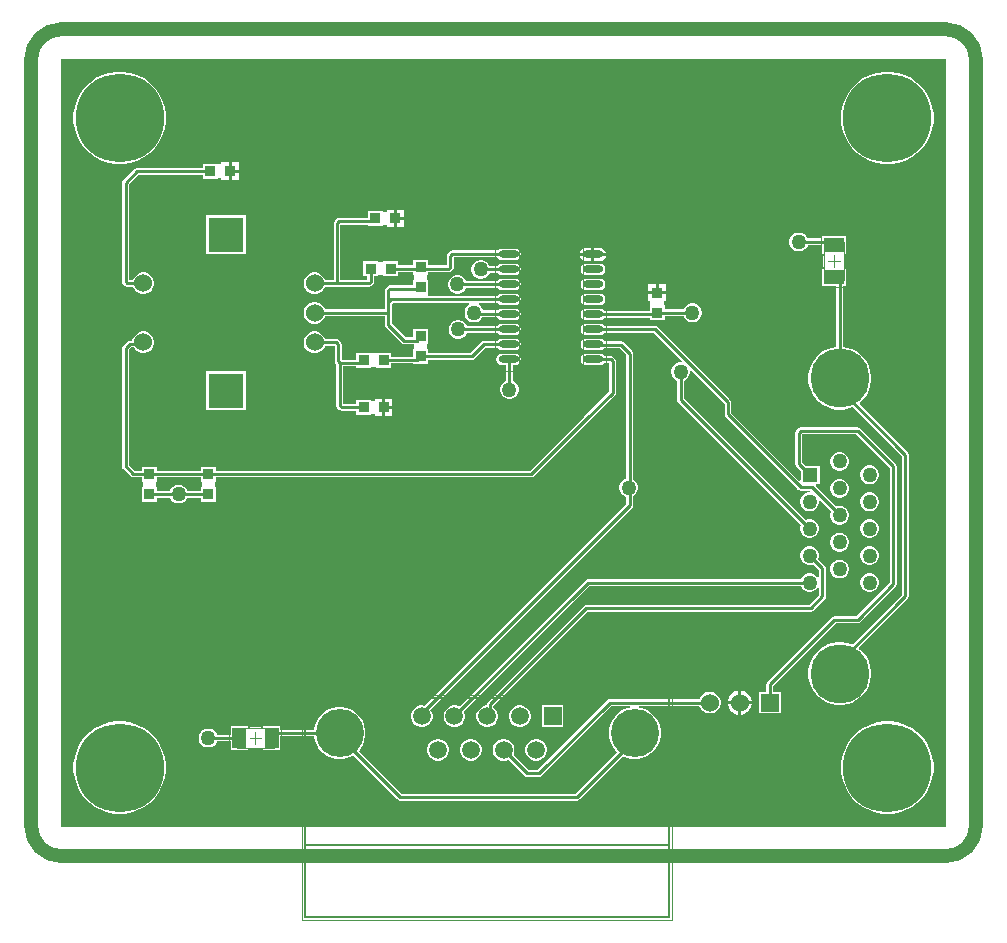
<source format=gtl>
G04*
G04 #@! TF.GenerationSoftware,Altium Limited,Altium Designer,21.3.1 (25)*
G04*
G04 Layer_Physical_Order=1*
G04 Layer_Color=255*
%FSLAX44Y44*%
%MOMM*%
G71*
G04*
G04 #@! TF.SameCoordinates,1E41339B-4A2A-438D-B01A-713DCCC2BB0F*
G04*
G04*
G04 #@! TF.FilePolarity,Positive*
G04*
G01*
G75*
%ADD10C,0.2000*%
%ADD13C,0.2540*%
%ADD14C,0.1270*%
%ADD17C,1.2000*%
%ADD18C,0.1000*%
%ADD19C,0.0500*%
%ADD20O,1.7500X0.6000*%
%ADD21R,0.9500X0.9500*%
%ADD22R,0.9500X0.9500*%
%ADD23R,1.1500X1.7000*%
%ADD24R,1.7000X1.1500*%
%ADD40C,1.5240*%
%ADD41R,1.5240X1.5240*%
%ADD42C,1.2700*%
%ADD43R,1.2700X1.2700*%
%ADD44C,5.0000*%
%ADD45R,3.0000X3.0000*%
%ADD46C,1.5080*%
%ADD47C,4.0660*%
%ADD48R,1.5080X1.5080*%
%ADD49C,7.5000*%
G36*
X775000Y225000D02*
X25000D01*
Y875000D01*
X775000D01*
Y225000D01*
D02*
G37*
%LPC*%
G36*
X728077Y864100D02*
X721923D01*
X715844Y863137D01*
X709991Y861235D01*
X704507Y858441D01*
X699528Y854824D01*
X695176Y850472D01*
X691559Y845493D01*
X688765Y840009D01*
X686863Y834156D01*
X685900Y828077D01*
Y821923D01*
X686863Y815844D01*
X688765Y809991D01*
X691559Y804507D01*
X695176Y799528D01*
X699528Y795176D01*
X704507Y791559D01*
X709991Y788765D01*
X715844Y786863D01*
X721923Y785900D01*
X728077D01*
X734156Y786863D01*
X740009Y788765D01*
X745493Y791559D01*
X750472Y795176D01*
X754824Y799528D01*
X758441Y804507D01*
X761235Y809991D01*
X763137Y815844D01*
X764100Y821923D01*
Y828077D01*
X763137Y834156D01*
X761235Y840009D01*
X758441Y845493D01*
X754824Y850472D01*
X750472Y854824D01*
X745493Y858441D01*
X740009Y861235D01*
X734156Y863137D01*
X728077Y864100D01*
D02*
G37*
G36*
X78077D02*
X71923D01*
X65844Y863137D01*
X59991Y861235D01*
X54507Y858441D01*
X49528Y854824D01*
X45176Y850472D01*
X41559Y845493D01*
X38765Y840009D01*
X36863Y834156D01*
X35900Y828077D01*
Y821923D01*
X36863Y815844D01*
X38765Y809991D01*
X41559Y804507D01*
X45176Y799528D01*
X49528Y795176D01*
X54507Y791559D01*
X59991Y788765D01*
X65844Y786863D01*
X71923Y785900D01*
X78077D01*
X84156Y786863D01*
X90009Y788765D01*
X95493Y791559D01*
X100472Y795176D01*
X104824Y799528D01*
X108441Y804507D01*
X111235Y809991D01*
X113137Y815844D01*
X114100Y821923D01*
Y828077D01*
X113137Y834156D01*
X111235Y840009D01*
X108441Y845493D01*
X104824Y850472D01*
X100472Y854824D01*
X95493Y858441D01*
X90009Y861235D01*
X84156Y863137D01*
X78077Y864100D01*
D02*
G37*
G36*
X167230Y787290D02*
X161210D01*
Y785631D01*
X158000D01*
X157850Y785754D01*
Y786350D01*
X145150D01*
Y782926D01*
X90000D01*
X88880Y782703D01*
X87931Y782069D01*
X77931Y772069D01*
X77297Y771120D01*
X77074Y770000D01*
Y686488D01*
X77297Y685368D01*
X77931Y684419D01*
X79419Y682931D01*
X80368Y682297D01*
X81488Y682074D01*
X86239D01*
X86408Y681441D01*
X87622Y679339D01*
X89339Y677622D01*
X91441Y676408D01*
X93786Y675780D01*
X96214D01*
X98559Y676408D01*
X100661Y677622D01*
X102378Y679339D01*
X103592Y681441D01*
X104220Y683786D01*
Y686214D01*
X103592Y688559D01*
X102378Y690661D01*
X100661Y692378D01*
X98559Y693592D01*
X96214Y694220D01*
X93786D01*
X91441Y693592D01*
X89339Y692378D01*
X87622Y690661D01*
X86408Y688559D01*
X86239Y687926D01*
X82926D01*
Y768788D01*
X91212Y777074D01*
X145150D01*
Y773650D01*
X157850D01*
Y774246D01*
X158000Y774369D01*
X161210D01*
Y772710D01*
X167230D01*
Y780000D01*
Y787290D01*
D02*
G37*
G36*
X175790D02*
X169770D01*
Y781270D01*
X175790D01*
Y787290D01*
D02*
G37*
G36*
Y778730D02*
X169770D01*
Y772710D01*
X175790D01*
Y778730D01*
D02*
G37*
G36*
X307230Y747290D02*
X301210D01*
Y745631D01*
X298000D01*
X297850Y745754D01*
Y746350D01*
X285150D01*
Y740426D01*
X260494D01*
X259374Y740203D01*
X258425Y739569D01*
X256937Y738081D01*
X256303Y737132D01*
X256080Y736012D01*
Y687926D01*
X248761D01*
X248592Y688559D01*
X247378Y690661D01*
X245661Y692378D01*
X243559Y693592D01*
X241214Y694220D01*
X238786D01*
X236441Y693592D01*
X234339Y692378D01*
X232622Y690661D01*
X231408Y688559D01*
X230780Y686214D01*
Y683786D01*
X231408Y681441D01*
X232622Y679339D01*
X234339Y677622D01*
X236441Y676408D01*
X238786Y675780D01*
X241214D01*
X243559Y676408D01*
X245661Y677622D01*
X247378Y679339D01*
X248592Y681441D01*
X248761Y682074D01*
X286012D01*
X287132Y682297D01*
X288081Y682931D01*
X289569Y684419D01*
X290203Y685368D01*
X290426Y686488D01*
Y691150D01*
X293850D01*
Y691746D01*
X294000Y691869D01*
X298000D01*
X298150Y691746D01*
Y691150D01*
X310850D01*
Y694574D01*
X323650D01*
Y692150D01*
X324246D01*
X324369Y692000D01*
Y688000D01*
X324246Y687850D01*
X323650D01*
Y683426D01*
X303988D01*
X302868Y683203D01*
X301919Y682569D01*
X300431Y681081D01*
X299797Y680132D01*
X299574Y679012D01*
Y668762D01*
Y662926D01*
X248761D01*
X248592Y663559D01*
X247378Y665661D01*
X245661Y667378D01*
X243559Y668592D01*
X241214Y669220D01*
X238786D01*
X236441Y668592D01*
X234339Y667378D01*
X232622Y665661D01*
X231408Y663559D01*
X230780Y661214D01*
Y658786D01*
X231408Y656441D01*
X232622Y654339D01*
X234339Y652622D01*
X236441Y651408D01*
X238786Y650780D01*
X241214D01*
X243559Y651408D01*
X245661Y652622D01*
X247378Y654339D01*
X248592Y656441D01*
X248761Y657074D01*
X299574D01*
Y650040D01*
X299797Y648920D01*
X300431Y647971D01*
X313951Y634451D01*
X314900Y633816D01*
X316020Y633594D01*
X324292D01*
X324369Y633500D01*
Y629500D01*
X324246Y629350D01*
X323650D01*
Y622926D01*
X304850D01*
Y626350D01*
X292150D01*
Y625755D01*
X292000Y625631D01*
X288000D01*
X287850Y625755D01*
Y626350D01*
X275150D01*
Y620426D01*
X262926D01*
Y633512D01*
X262703Y634632D01*
X262069Y635581D01*
X260581Y637069D01*
X259632Y637703D01*
X258512Y637926D01*
X248761D01*
X248592Y638559D01*
X247378Y640661D01*
X245661Y642378D01*
X243559Y643592D01*
X241214Y644220D01*
X238786D01*
X236441Y643592D01*
X234339Y642378D01*
X232622Y640661D01*
X231408Y638559D01*
X230780Y636214D01*
Y633786D01*
X231408Y631441D01*
X232622Y629339D01*
X234339Y627622D01*
X236441Y626408D01*
X238786Y625780D01*
X241214D01*
X243559Y626408D01*
X245661Y627622D01*
X247378Y629339D01*
X248592Y631441D01*
X248761Y632074D01*
X257074D01*
Y618988D01*
X257297Y617868D01*
X257931Y616919D01*
X258562Y616288D01*
Y581488D01*
X258784Y580368D01*
X259419Y579419D01*
X260907Y577931D01*
X261856Y577296D01*
X262976Y577074D01*
X275150D01*
Y573650D01*
X287850D01*
Y574246D01*
X288000Y574369D01*
X291210D01*
Y572710D01*
X297230D01*
Y580000D01*
Y587290D01*
X291210D01*
Y585631D01*
X288000D01*
X287850Y585755D01*
Y586350D01*
X275150D01*
Y582926D01*
X264414D01*
Y614574D01*
X275150D01*
Y613650D01*
X287850D01*
Y614246D01*
X288000Y614369D01*
X292000D01*
X292150Y614246D01*
Y613650D01*
X304850D01*
Y617074D01*
X323650D01*
Y616650D01*
X336350D01*
Y620074D01*
X373000D01*
X374120Y620297D01*
X375069Y620931D01*
X384462Y630324D01*
X394923D01*
X395184Y629934D01*
X396705Y628917D01*
X398500Y628560D01*
X410000D01*
X411795Y628917D01*
X413316Y629934D01*
X414333Y631455D01*
X414690Y633250D01*
X414333Y635045D01*
X413316Y636566D01*
X411795Y637583D01*
X410000Y637940D01*
X398500D01*
X396705Y637583D01*
X395184Y636566D01*
X394923Y636176D01*
X383250D01*
X382130Y635953D01*
X381181Y635319D01*
X371788Y625926D01*
X336350D01*
Y629350D01*
X335754D01*
X335631Y629500D01*
Y633500D01*
X335754Y633650D01*
X336350D01*
Y646350D01*
X323650D01*
Y639446D01*
X317232D01*
X305426Y651252D01*
Y658512D01*
Y667550D01*
X306300Y668424D01*
X371150D01*
X371491Y667154D01*
X370119Y666362D01*
X368638Y664881D01*
X367592Y663068D01*
X367050Y661047D01*
Y658953D01*
X367592Y656931D01*
X368638Y655119D01*
X370119Y653638D01*
X371931Y652592D01*
X373953Y652050D01*
X376047D01*
X378069Y652592D01*
X379881Y653638D01*
X381362Y655119D01*
X382093Y656386D01*
X394481D01*
X395184Y655334D01*
X396705Y654317D01*
X398500Y653960D01*
X410000D01*
X411795Y654317D01*
X413316Y655334D01*
X414333Y656855D01*
X414690Y658650D01*
X414333Y660445D01*
X413316Y661966D01*
X411795Y662983D01*
X410000Y663340D01*
X398500D01*
X396705Y662983D01*
X395591Y662238D01*
X382631D01*
X382408Y663068D01*
X381362Y664881D01*
X379881Y666362D01*
X378509Y667154D01*
X378850Y668424D01*
X394923D01*
X395184Y668034D01*
X396705Y667017D01*
X398500Y666660D01*
X410000D01*
X411795Y667017D01*
X413316Y668034D01*
X414333Y669555D01*
X414690Y671350D01*
X414333Y673145D01*
X413316Y674666D01*
X411795Y675683D01*
X410000Y676040D01*
X398500D01*
X396705Y675683D01*
X395184Y674666D01*
X394923Y674276D01*
X337258D01*
X336350Y675150D01*
Y687850D01*
X335754D01*
X335631Y688000D01*
Y692000D01*
X335754Y692150D01*
X336350D01*
Y694574D01*
X353512D01*
X354632Y694797D01*
X355581Y695431D01*
X357069Y696919D01*
X357704Y697868D01*
X357926Y698988D01*
Y707074D01*
X394555D01*
X395184Y706134D01*
X396705Y705117D01*
X398500Y704760D01*
X410000D01*
X411795Y705117D01*
X413316Y706134D01*
X414333Y707655D01*
X414690Y709450D01*
X414333Y711245D01*
X413316Y712766D01*
X411795Y713783D01*
X410000Y714140D01*
X398500D01*
X396705Y713783D01*
X395423Y712926D01*
X356488D01*
X355368Y712703D01*
X354419Y712069D01*
X352931Y710581D01*
X352296Y709632D01*
X352074Y708512D01*
Y700426D01*
X336350D01*
Y704850D01*
X323650D01*
Y700426D01*
X310850D01*
Y703850D01*
X298150D01*
Y703254D01*
X298000Y703131D01*
X294000D01*
X293850Y703254D01*
Y703850D01*
X281150D01*
Y691150D01*
X284574D01*
Y687926D01*
X261932D01*
Y734574D01*
X285150D01*
Y733650D01*
X297850D01*
Y734246D01*
X298000Y734369D01*
X301210D01*
Y732710D01*
X307230D01*
Y740000D01*
Y747290D01*
D02*
G37*
G36*
X315790D02*
X309770D01*
Y741270D01*
X315790D01*
Y747290D01*
D02*
G37*
G36*
Y738730D02*
X309770D01*
Y732710D01*
X315790D01*
Y738730D01*
D02*
G37*
G36*
X481500Y715098D02*
X477020D01*
Y710720D01*
X486896D01*
X486719Y711612D01*
X485494Y713444D01*
X483662Y714669D01*
X481500Y715098D01*
D02*
G37*
G36*
X474480D02*
X470000D01*
X467838Y714669D01*
X466006Y713444D01*
X464781Y711612D01*
X464604Y710720D01*
X474480D01*
Y715098D01*
D02*
G37*
G36*
X181600Y742600D02*
X148400D01*
Y709400D01*
X181600D01*
Y742600D01*
D02*
G37*
G36*
X486896Y708180D02*
X477020D01*
Y703801D01*
X481500D01*
X483662Y704231D01*
X485494Y705456D01*
X486719Y707288D01*
X486896Y708180D01*
D02*
G37*
G36*
X474480D02*
X464604D01*
X464781Y707288D01*
X466006Y705456D01*
X467838Y704231D01*
X470000Y703801D01*
X474480D01*
Y708180D01*
D02*
G37*
G36*
X481500Y701440D02*
X470000D01*
X468205Y701083D01*
X466684Y700066D01*
X465667Y698545D01*
X465310Y696750D01*
X465667Y694955D01*
X466684Y693434D01*
X468205Y692417D01*
X470000Y692060D01*
X481500D01*
X483295Y692417D01*
X484816Y693434D01*
X485833Y694955D01*
X486190Y696750D01*
X485833Y698545D01*
X484816Y700066D01*
X483295Y701083D01*
X481500Y701440D01*
D02*
G37*
G36*
X381797Y704700D02*
X379703D01*
X377681Y704158D01*
X375869Y703111D01*
X374388Y701631D01*
X373342Y699818D01*
X372800Y697797D01*
Y695703D01*
X373342Y693681D01*
X374388Y691869D01*
X375869Y690388D01*
X377681Y689342D01*
X379703Y688800D01*
X381797D01*
X383819Y689342D01*
X385631Y690388D01*
X387112Y691869D01*
X388158Y693681D01*
X388196Y693824D01*
X394923D01*
X395184Y693434D01*
X396705Y692417D01*
X398500Y692060D01*
X410000D01*
X411795Y692417D01*
X413316Y693434D01*
X414333Y694955D01*
X414690Y696750D01*
X414333Y698545D01*
X413316Y700066D01*
X411795Y701083D01*
X410000Y701440D01*
X398500D01*
X396705Y701083D01*
X395184Y700066D01*
X394923Y699676D01*
X388196D01*
X388158Y699818D01*
X387112Y701631D01*
X385631Y703111D01*
X383819Y704158D01*
X381797Y704700D01*
D02*
G37*
G36*
X481500Y688740D02*
X470000D01*
X468205Y688383D01*
X466684Y687366D01*
X465667Y685845D01*
X465310Y684050D01*
X465667Y682255D01*
X466684Y680734D01*
X468205Y679717D01*
X470000Y679360D01*
X481500D01*
X483295Y679717D01*
X484816Y680734D01*
X485833Y682255D01*
X486190Y684050D01*
X485833Y685845D01*
X484816Y687366D01*
X483295Y688383D01*
X481500Y688740D01*
D02*
G37*
G36*
X361997Y692000D02*
X359903D01*
X357881Y691458D01*
X356069Y690412D01*
X354588Y688931D01*
X353542Y687119D01*
X353000Y685097D01*
Y683003D01*
X353542Y680981D01*
X354588Y679168D01*
X356069Y677688D01*
X357881Y676642D01*
X359903Y676100D01*
X361997D01*
X364019Y676642D01*
X365831Y677688D01*
X367312Y679168D01*
X368358Y680981D01*
X368396Y681124D01*
X394923D01*
X395184Y680734D01*
X396705Y679717D01*
X398500Y679360D01*
X410000D01*
X411795Y679717D01*
X413316Y680734D01*
X414333Y682255D01*
X414690Y684050D01*
X414333Y685845D01*
X413316Y687366D01*
X411795Y688383D01*
X410000Y688740D01*
X398500D01*
X396705Y688383D01*
X395184Y687366D01*
X394923Y686976D01*
X368396D01*
X368358Y687119D01*
X367312Y688931D01*
X365831Y690412D01*
X364019Y691458D01*
X361997Y692000D01*
D02*
G37*
G36*
X537290Y684290D02*
X531270D01*
Y678270D01*
X537290D01*
Y684290D01*
D02*
G37*
G36*
X528730D02*
X522710D01*
Y678270D01*
X528730D01*
Y684290D01*
D02*
G37*
G36*
X481500Y676040D02*
X470000D01*
X468205Y675683D01*
X466684Y674666D01*
X465667Y673145D01*
X465310Y671350D01*
X465667Y669555D01*
X466684Y668034D01*
X468205Y667017D01*
X470000Y666660D01*
X481500D01*
X483295Y667017D01*
X484816Y668034D01*
X485833Y669555D01*
X486190Y671350D01*
X485833Y673145D01*
X484816Y674666D01*
X483295Y675683D01*
X481500Y676040D01*
D02*
G37*
G36*
X537290Y675730D02*
X530000D01*
X522710D01*
Y669710D01*
X524369D01*
Y666500D01*
X524246Y666350D01*
X523650D01*
Y661576D01*
X485077D01*
X484816Y661966D01*
X483295Y662983D01*
X481500Y663340D01*
X470000D01*
X468205Y662983D01*
X466684Y661966D01*
X465667Y660445D01*
X465310Y658650D01*
X465667Y656855D01*
X466684Y655334D01*
X468205Y654317D01*
X470000Y653960D01*
X481500D01*
X483295Y654317D01*
X484816Y655334D01*
X485077Y655724D01*
X523650D01*
Y653650D01*
X536350D01*
Y657074D01*
X552554D01*
X552592Y656931D01*
X553638Y655119D01*
X555119Y653638D01*
X556931Y652592D01*
X558953Y652050D01*
X561047D01*
X563069Y652592D01*
X564881Y653638D01*
X566362Y655119D01*
X567408Y656931D01*
X567950Y658953D01*
Y661047D01*
X567408Y663069D01*
X566362Y664881D01*
X564881Y666362D01*
X563069Y667408D01*
X561047Y667950D01*
X558953D01*
X556931Y667408D01*
X555119Y666362D01*
X553638Y664881D01*
X552592Y663069D01*
X552554Y662926D01*
X536350D01*
Y666350D01*
X535755D01*
X535631Y666500D01*
Y669710D01*
X537290D01*
Y675730D01*
D02*
G37*
G36*
X362597Y653900D02*
X360503D01*
X358481Y653358D01*
X356669Y652311D01*
X355188Y650831D01*
X354142Y649018D01*
X353600Y646997D01*
Y644903D01*
X354142Y642881D01*
X355188Y641068D01*
X356669Y639588D01*
X358481Y638542D01*
X360503Y638000D01*
X362597D01*
X364619Y638542D01*
X366431Y639588D01*
X367912Y641068D01*
X368958Y642881D01*
X368996Y643024D01*
X394923D01*
X395184Y642634D01*
X396705Y641617D01*
X398500Y641260D01*
X410000D01*
X411795Y641617D01*
X413316Y642634D01*
X414333Y644155D01*
X414690Y645950D01*
X414333Y647745D01*
X413316Y649266D01*
X411795Y650283D01*
X410000Y650640D01*
X398500D01*
X396705Y650283D01*
X395184Y649266D01*
X394923Y648876D01*
X368996D01*
X368958Y649018D01*
X367912Y650831D01*
X366431Y652311D01*
X364619Y653358D01*
X362597Y653900D01*
D02*
G37*
G36*
X96214Y644220D02*
X93786D01*
X91441Y643592D01*
X89339Y642378D01*
X87622Y640661D01*
X86408Y638559D01*
X85856Y636496D01*
X83570D01*
X82450Y636273D01*
X81501Y635639D01*
X77931Y632069D01*
X77297Y631120D01*
X77074Y630000D01*
Y530000D01*
X77297Y528880D01*
X77931Y527931D01*
X84431Y521431D01*
X85380Y520797D01*
X86500Y520574D01*
X93650D01*
Y517150D01*
X94246D01*
X94369Y517000D01*
Y513000D01*
X94246Y512850D01*
X93650D01*
Y500150D01*
X106350D01*
Y503574D01*
X117554D01*
X117592Y503431D01*
X118638Y501619D01*
X120119Y500138D01*
X121931Y499092D01*
X123953Y498550D01*
X126047D01*
X128069Y499092D01*
X129881Y500138D01*
X131362Y501619D01*
X132408Y503431D01*
X132446Y503574D01*
X143650D01*
Y500150D01*
X156350D01*
Y512850D01*
X155754D01*
X155631Y513000D01*
Y517000D01*
X155754Y517150D01*
X156350D01*
Y520574D01*
X423500D01*
X424620Y520797D01*
X425569Y521431D01*
X472069Y567931D01*
X472069Y567931D01*
X494569Y590431D01*
X495204Y591380D01*
X495426Y592500D01*
Y619062D01*
X495204Y620182D01*
X494569Y621131D01*
X493081Y622619D01*
X492132Y623253D01*
X491012Y623476D01*
X485077D01*
X484816Y623866D01*
X483295Y624883D01*
X481500Y625240D01*
X470000D01*
X468205Y624883D01*
X466684Y623866D01*
X465667Y622345D01*
X465310Y620550D01*
X465667Y618755D01*
X466684Y617234D01*
X468205Y616217D01*
X470000Y615860D01*
X481500D01*
X483295Y616217D01*
X484816Y617234D01*
X485077Y617624D01*
X489574D01*
Y593712D01*
X467931Y572069D01*
X467931Y572069D01*
X422288Y526426D01*
X156350D01*
Y529850D01*
X143650D01*
Y526426D01*
X106350D01*
Y529850D01*
X93650D01*
Y526426D01*
X87712D01*
X82926Y531212D01*
Y628788D01*
X84782Y630644D01*
X86869D01*
X87622Y629339D01*
X89339Y627622D01*
X91441Y626408D01*
X93786Y625780D01*
X96214D01*
X98559Y626408D01*
X100661Y627622D01*
X102378Y629339D01*
X103592Y631441D01*
X104220Y633786D01*
Y636214D01*
X103592Y638559D01*
X102378Y640661D01*
X100661Y642378D01*
X98559Y643592D01*
X96214Y644220D01*
D02*
G37*
G36*
X410000Y625240D02*
X398500D01*
X396705Y624883D01*
X395184Y623866D01*
X394167Y622345D01*
X393810Y620550D01*
X394167Y618755D01*
X395184Y617234D01*
X396705Y616217D01*
X398500Y615860D01*
X402074D01*
Y602446D01*
X401931Y602408D01*
X400119Y601362D01*
X398638Y599881D01*
X397592Y598069D01*
X397050Y596047D01*
Y593953D01*
X397592Y591931D01*
X398638Y590119D01*
X400119Y588638D01*
X401931Y587592D01*
X403953Y587050D01*
X406047D01*
X408069Y587592D01*
X409881Y588638D01*
X411362Y590119D01*
X412408Y591931D01*
X412950Y593953D01*
Y596047D01*
X412408Y598069D01*
X411362Y599881D01*
X409881Y601362D01*
X408069Y602408D01*
X407926Y602446D01*
Y615860D01*
X410000D01*
X411795Y616217D01*
X413316Y617234D01*
X414333Y618755D01*
X414690Y620550D01*
X414333Y622345D01*
X413316Y623866D01*
X411795Y624883D01*
X410000Y625240D01*
D02*
G37*
G36*
X305790Y587290D02*
X299770D01*
Y581270D01*
X305790D01*
Y587290D01*
D02*
G37*
G36*
X181600Y610600D02*
X148400D01*
Y577400D01*
X181600D01*
Y610600D01*
D02*
G37*
G36*
X305790Y578730D02*
X299770D01*
Y572710D01*
X305790D01*
Y578730D01*
D02*
G37*
G36*
X685647Y542150D02*
X683553D01*
X681531Y541608D01*
X679719Y540562D01*
X678238Y539081D01*
X677192Y537269D01*
X676650Y535247D01*
Y533153D01*
X677192Y531131D01*
X678238Y529319D01*
X679719Y527838D01*
X681531Y526792D01*
X683553Y526250D01*
X685647D01*
X687669Y526792D01*
X689481Y527838D01*
X690962Y529319D01*
X692008Y531131D01*
X692550Y533153D01*
Y535247D01*
X692008Y537269D01*
X690962Y539081D01*
X689481Y540562D01*
X687669Y541608D01*
X685647Y542150D01*
D02*
G37*
G36*
X711047Y530750D02*
X708953D01*
X706931Y530208D01*
X705119Y529162D01*
X703638Y527681D01*
X702592Y525869D01*
X702050Y523847D01*
Y521753D01*
X702592Y519731D01*
X703638Y517919D01*
X705119Y516438D01*
X706931Y515392D01*
X708953Y514850D01*
X711047D01*
X713069Y515392D01*
X714881Y516438D01*
X716362Y517919D01*
X717408Y519731D01*
X717950Y521753D01*
Y523847D01*
X717408Y525869D01*
X716362Y527681D01*
X714881Y529162D01*
X713069Y530208D01*
X711047Y530750D01*
D02*
G37*
G36*
X685647Y519350D02*
X683553D01*
X681531Y518808D01*
X679719Y517762D01*
X678238Y516281D01*
X677192Y514469D01*
X676650Y512447D01*
Y510353D01*
X677192Y508331D01*
X678238Y506519D01*
X679719Y505038D01*
X681531Y503992D01*
X683553Y503450D01*
X685647D01*
X687669Y503992D01*
X689481Y505038D01*
X690962Y506519D01*
X692008Y508331D01*
X692550Y510353D01*
Y512447D01*
X692008Y514469D01*
X690962Y516281D01*
X689481Y517762D01*
X687669Y518808D01*
X685647Y519350D01*
D02*
G37*
G36*
X711047Y507950D02*
X708953D01*
X706931Y507408D01*
X705119Y506362D01*
X703638Y504881D01*
X702592Y503069D01*
X702050Y501047D01*
Y498953D01*
X702592Y496931D01*
X703638Y495119D01*
X705119Y493638D01*
X706931Y492592D01*
X708953Y492050D01*
X711047D01*
X713069Y492592D01*
X714881Y493638D01*
X716362Y495119D01*
X717408Y496931D01*
X717950Y498953D01*
Y501047D01*
X717408Y503069D01*
X716362Y504881D01*
X714881Y506362D01*
X713069Y507408D01*
X711047Y507950D01*
D02*
G37*
G36*
Y485150D02*
X708953D01*
X706931Y484608D01*
X705119Y483562D01*
X703638Y482081D01*
X702592Y480269D01*
X702050Y478247D01*
Y476153D01*
X702592Y474131D01*
X703638Y472319D01*
X705119Y470838D01*
X706931Y469792D01*
X708953Y469250D01*
X711047D01*
X713069Y469792D01*
X714881Y470838D01*
X716362Y472319D01*
X717408Y474131D01*
X717950Y476153D01*
Y478247D01*
X717408Y480269D01*
X716362Y482081D01*
X714881Y483562D01*
X713069Y484608D01*
X711047Y485150D01*
D02*
G37*
G36*
X685647Y473750D02*
X683553D01*
X681531Y473208D01*
X679719Y472162D01*
X678238Y470681D01*
X677192Y468869D01*
X676650Y466847D01*
Y464753D01*
X677192Y462731D01*
X678238Y460919D01*
X679719Y459438D01*
X681531Y458392D01*
X683553Y457850D01*
X685647D01*
X687669Y458392D01*
X689481Y459438D01*
X690962Y460919D01*
X692008Y462731D01*
X692550Y464753D01*
Y466847D01*
X692008Y468869D01*
X690962Y470681D01*
X689481Y472162D01*
X687669Y473208D01*
X685647Y473750D01*
D02*
G37*
G36*
X711047Y462350D02*
X708953D01*
X706931Y461808D01*
X705119Y460762D01*
X703638Y459281D01*
X702592Y457469D01*
X702050Y455447D01*
Y453353D01*
X702592Y451331D01*
X703638Y449519D01*
X705119Y448038D01*
X706931Y446992D01*
X708953Y446450D01*
X711047D01*
X713069Y446992D01*
X714881Y448038D01*
X716362Y449519D01*
X717408Y451331D01*
X717950Y453353D01*
Y455447D01*
X717408Y457469D01*
X716362Y459281D01*
X714881Y460762D01*
X713069Y461808D01*
X711047Y462350D01*
D02*
G37*
G36*
X660247D02*
X658153D01*
X656131Y461808D01*
X654319Y460762D01*
X652838Y459281D01*
X651792Y457469D01*
X651250Y455447D01*
Y453353D01*
X651792Y451331D01*
X652838Y449519D01*
X654319Y448038D01*
X656131Y446992D01*
X658153Y446450D01*
X660247D01*
X662269Y446992D01*
X662396Y447066D01*
X667074Y442388D01*
Y436402D01*
X665804Y436062D01*
X665562Y436481D01*
X664081Y437962D01*
X662269Y439008D01*
X660247Y439550D01*
X658153D01*
X656131Y439008D01*
X654319Y437962D01*
X652838Y436481D01*
X651792Y434669D01*
X651754Y434526D01*
X471650D01*
X470530Y434303D01*
X469581Y433669D01*
X362517Y326606D01*
X361978Y326917D01*
X359653Y327540D01*
X357247D01*
X354922Y326917D01*
X352838Y325714D01*
X351136Y324012D01*
X349933Y321928D01*
X349310Y319603D01*
Y317197D01*
X349933Y314872D01*
X351136Y312788D01*
X352838Y311086D01*
X354922Y309883D01*
X357247Y309260D01*
X359653D01*
X361978Y309883D01*
X364062Y311086D01*
X365764Y312788D01*
X366967Y314872D01*
X367590Y317197D01*
Y319603D01*
X366967Y321928D01*
X366656Y322467D01*
X472862Y428674D01*
X651754D01*
X651792Y428531D01*
X652838Y426719D01*
X654319Y425238D01*
X656131Y424192D01*
X658153Y423650D01*
X660247D01*
X662269Y424192D01*
X664081Y425238D01*
X665562Y426719D01*
X665804Y427138D01*
X667074Y426798D01*
Y421212D01*
X658788Y412926D01*
X470000D01*
X468880Y412704D01*
X467931Y412069D01*
X386480Y330619D01*
X385846Y329669D01*
X385623Y328549D01*
Y327540D01*
X384947D01*
X382622Y326917D01*
X380538Y325714D01*
X378836Y324012D01*
X377633Y321928D01*
X377010Y319603D01*
Y317197D01*
X377633Y314872D01*
X378836Y312788D01*
X380538Y311086D01*
X382622Y309883D01*
X384947Y309260D01*
X387353D01*
X389678Y309883D01*
X391762Y311086D01*
X393464Y312788D01*
X394667Y314872D01*
X395290Y317197D01*
Y319603D01*
X394667Y321928D01*
X393464Y324012D01*
X391762Y325714D01*
X391476Y325879D01*
Y327337D01*
X471212Y407074D01*
X660000D01*
X661120Y407296D01*
X662069Y407931D01*
X672069Y417931D01*
X672703Y418880D01*
X672926Y420000D01*
Y443600D01*
X672703Y444720D01*
X672069Y445669D01*
X666535Y451204D01*
X666608Y451331D01*
X667150Y453353D01*
Y455447D01*
X666608Y457469D01*
X665562Y459281D01*
X664081Y460762D01*
X662269Y461808D01*
X660247Y462350D01*
D02*
G37*
G36*
X685647Y450950D02*
X683553D01*
X681531Y450408D01*
X679719Y449362D01*
X678238Y447881D01*
X677192Y446069D01*
X676650Y444047D01*
Y441953D01*
X677192Y439931D01*
X678238Y438119D01*
X679719Y436638D01*
X681531Y435592D01*
X683553Y435050D01*
X685647D01*
X687669Y435592D01*
X689481Y436638D01*
X690962Y438119D01*
X692008Y439931D01*
X692550Y441953D01*
Y444047D01*
X692008Y446069D01*
X690962Y447881D01*
X689481Y449362D01*
X687669Y450408D01*
X685647Y450950D01*
D02*
G37*
G36*
X711047Y439550D02*
X708953D01*
X706931Y439008D01*
X705119Y437962D01*
X703638Y436481D01*
X702592Y434669D01*
X702050Y432647D01*
Y430553D01*
X702592Y428531D01*
X703638Y426719D01*
X705119Y425238D01*
X706931Y424192D01*
X708953Y423650D01*
X711047D01*
X713069Y424192D01*
X714881Y425238D01*
X716362Y426719D01*
X717408Y428531D01*
X717950Y430553D01*
Y432647D01*
X717408Y434669D01*
X716362Y436481D01*
X714881Y437962D01*
X713069Y439008D01*
X711047Y439550D01*
D02*
G37*
G36*
X651047Y727950D02*
X648953D01*
X646931Y727408D01*
X645119Y726362D01*
X643638Y724881D01*
X642592Y723069D01*
X642050Y721047D01*
Y718953D01*
X642592Y716931D01*
X643638Y715119D01*
X645119Y713638D01*
X646931Y712592D01*
X648953Y712050D01*
X651047D01*
X653069Y712592D01*
X654881Y713638D01*
X656362Y715119D01*
X657408Y716931D01*
X657446Y717074D01*
X669900D01*
Y710150D01*
X670926D01*
X671347Y708904D01*
X670993Y708374D01*
X670869Y707750D01*
Y699750D01*
X670993Y699126D01*
X671347Y698596D01*
X670926Y697350D01*
X669900D01*
Y682650D01*
X681674D01*
Y630968D01*
X678371Y630445D01*
X674389Y629151D01*
X670659Y627250D01*
X667271Y624789D01*
X664311Y621829D01*
X661850Y618441D01*
X659949Y614711D01*
X658655Y610729D01*
X658000Y606594D01*
Y602407D01*
X658655Y598271D01*
X659949Y594289D01*
X661850Y590559D01*
X664311Y587171D01*
X667271Y584211D01*
X670659Y581750D01*
X674389Y579849D01*
X678371Y578555D01*
X682506Y577900D01*
X686693D01*
X690829Y578555D01*
X694811Y579849D01*
X695607Y580255D01*
X737074Y538788D01*
Y421212D01*
X695011Y379149D01*
X694811Y379251D01*
X690829Y380545D01*
X686693Y381200D01*
X682506D01*
X678371Y380545D01*
X674389Y379251D01*
X670659Y377350D01*
X667271Y374889D01*
X664311Y371929D01*
X661850Y368541D01*
X659949Y364811D01*
X658655Y360829D01*
X658000Y356693D01*
Y352506D01*
X658655Y348371D01*
X659949Y344389D01*
X661850Y340659D01*
X664311Y337271D01*
X667271Y334311D01*
X670659Y331850D01*
X674389Y329949D01*
X678371Y328655D01*
X682506Y328000D01*
X686693D01*
X690829Y328655D01*
X694811Y329949D01*
X698541Y331850D01*
X701929Y334311D01*
X704889Y337271D01*
X707350Y340659D01*
X709251Y344389D01*
X710545Y348371D01*
X711200Y352506D01*
Y356693D01*
X710545Y360829D01*
X709251Y364811D01*
X707350Y368541D01*
X704889Y371929D01*
X701929Y374889D01*
X701040Y375535D01*
X700940Y376801D01*
X742069Y417931D01*
X742703Y418880D01*
X742926Y420000D01*
Y540000D01*
X742703Y541120D01*
X742069Y542069D01*
X701461Y582677D01*
X701561Y583943D01*
X701929Y584211D01*
X704889Y587171D01*
X707350Y590559D01*
X709251Y594289D01*
X710545Y598271D01*
X711200Y602407D01*
Y606594D01*
X710545Y610729D01*
X709251Y614711D01*
X707350Y618441D01*
X704889Y621829D01*
X701929Y624789D01*
X698541Y627250D01*
X694811Y629151D01*
X690829Y630445D01*
X687526Y630968D01*
Y682650D01*
X690100D01*
Y697350D01*
X689074D01*
X688653Y698596D01*
X689007Y699126D01*
X689131Y699750D01*
Y707750D01*
X689007Y708374D01*
X688653Y708904D01*
X689074Y710150D01*
X690100D01*
Y724850D01*
X669900D01*
Y722926D01*
X657446D01*
X657408Y723069D01*
X656362Y724881D01*
X654881Y726362D01*
X653069Y727408D01*
X651047Y727950D01*
D02*
G37*
G36*
X601338Y340160D02*
X601270D01*
Y331270D01*
X610160D01*
Y331338D01*
X609468Y333922D01*
X608130Y336238D01*
X606238Y338130D01*
X603922Y339468D01*
X601338Y340160D01*
D02*
G37*
G36*
X598730D02*
X598662D01*
X596078Y339468D01*
X593762Y338130D01*
X591870Y336238D01*
X590532Y333922D01*
X589840Y331338D01*
Y331270D01*
X598730D01*
Y340160D01*
D02*
G37*
G36*
X481500Y637940D02*
X470000D01*
X468205Y637583D01*
X466684Y636566D01*
X465667Y635045D01*
X465310Y633250D01*
X465667Y631455D01*
X466684Y629934D01*
X468205Y628917D01*
X470000Y628560D01*
X481500D01*
X483295Y628917D01*
X484816Y629934D01*
X484827Y629949D01*
X498413D01*
X504074Y624288D01*
Y519714D01*
X502931Y519408D01*
X501119Y518362D01*
X499638Y516881D01*
X498592Y515069D01*
X498050Y513047D01*
Y510953D01*
X498592Y508931D01*
X499638Y507119D01*
X501119Y505638D01*
X502931Y504592D01*
X504074Y504286D01*
Y498212D01*
X333096Y327234D01*
X331953Y327540D01*
X329547D01*
X327222Y326917D01*
X325138Y325714D01*
X323436Y324012D01*
X322233Y321928D01*
X321610Y319603D01*
Y317197D01*
X322233Y314872D01*
X323436Y312788D01*
X325138Y311086D01*
X327222Y309883D01*
X329547Y309260D01*
X331953D01*
X334278Y309883D01*
X336362Y311086D01*
X338064Y312788D01*
X339267Y314872D01*
X339890Y317197D01*
Y319603D01*
X339267Y321928D01*
X338096Y323957D01*
X509069Y494931D01*
X509703Y495880D01*
X509926Y497000D01*
Y505087D01*
X510881Y505638D01*
X512362Y507119D01*
X513408Y508931D01*
X513950Y510953D01*
Y513047D01*
X513408Y515069D01*
X512362Y516881D01*
X510881Y518362D01*
X509926Y518913D01*
Y625500D01*
X509703Y626620D01*
X509069Y627569D01*
X501694Y634944D01*
X500745Y635578D01*
X499625Y635801D01*
X485328D01*
X484816Y636566D01*
X483295Y637583D01*
X481500Y637940D01*
D02*
G37*
G36*
Y650640D02*
X470000D01*
X468205Y650283D01*
X466684Y649266D01*
X465667Y647745D01*
X465310Y645950D01*
X465667Y644155D01*
X466684Y642634D01*
X468205Y641617D01*
X470000Y641260D01*
X481500D01*
X483295Y641617D01*
X484816Y642634D01*
X485077Y643024D01*
X527206D01*
X551010Y619220D01*
X550484Y617950D01*
X548953D01*
X546931Y617408D01*
X545119Y616362D01*
X543638Y614881D01*
X542592Y613069D01*
X542050Y611047D01*
Y608953D01*
X542592Y606931D01*
X543638Y605119D01*
X545119Y603638D01*
X546931Y602592D01*
X547074Y602554D01*
Y586400D01*
X547296Y585280D01*
X547931Y584331D01*
X651865Y480396D01*
X651792Y480269D01*
X651250Y478247D01*
Y476153D01*
X651792Y474131D01*
X652838Y472319D01*
X654319Y470838D01*
X656131Y469792D01*
X658153Y469250D01*
X660247D01*
X662269Y469792D01*
X664081Y470838D01*
X665562Y472319D01*
X666608Y474131D01*
X667150Y476153D01*
Y478247D01*
X666608Y480269D01*
X665562Y482081D01*
X664081Y483562D01*
X662269Y484608D01*
X660247Y485150D01*
X658153D01*
X656131Y484608D01*
X656004Y484534D01*
X552926Y587612D01*
Y602554D01*
X553069Y602592D01*
X554881Y603638D01*
X556362Y605119D01*
X557408Y606931D01*
X557950Y608953D01*
Y610484D01*
X559220Y611010D01*
X587119Y583111D01*
Y574067D01*
X587342Y572947D01*
X587976Y571997D01*
X649603Y510371D01*
X650552Y509737D01*
X651672Y509514D01*
X658957D01*
X659153Y509220D01*
X658475Y507950D01*
X658153D01*
X656131Y507408D01*
X654319Y506362D01*
X652838Y504881D01*
X651792Y503069D01*
X651250Y501047D01*
Y498953D01*
X651792Y496931D01*
X652838Y495119D01*
X654319Y493638D01*
X656131Y492592D01*
X658153Y492050D01*
X660247D01*
X662269Y492592D01*
X664081Y493638D01*
X665562Y495119D01*
X666608Y496931D01*
X667150Y498953D01*
Y500484D01*
X668420Y501010D01*
X677400Y492030D01*
X677192Y491669D01*
X676650Y489647D01*
Y487553D01*
X677192Y485531D01*
X678238Y483719D01*
X679719Y482238D01*
X681531Y481192D01*
X683553Y480650D01*
X685647D01*
X687669Y481192D01*
X689481Y482238D01*
X690962Y483719D01*
X692008Y485531D01*
X692550Y487553D01*
Y489647D01*
X692008Y491669D01*
X690962Y493481D01*
X689481Y494962D01*
X687669Y496008D01*
X685647Y496550D01*
X683553D01*
X681663Y496044D01*
X664327Y513380D01*
X664853Y514650D01*
X667550D01*
Y530550D01*
X655788D01*
X652926Y533412D01*
Y557074D01*
X698788D01*
X727074Y528788D01*
Y431212D01*
X698788Y402926D01*
X680000D01*
X678880Y402704D01*
X677931Y402069D01*
X623331Y347469D01*
X622696Y346520D01*
X622474Y345400D01*
Y339220D01*
X616180D01*
Y320780D01*
X634620D01*
Y339220D01*
X628326D01*
Y344188D01*
X681212Y397074D01*
X700000D01*
X701120Y397296D01*
X702069Y397931D01*
X732069Y427931D01*
X732703Y428880D01*
X732926Y430000D01*
Y530000D01*
X732703Y531120D01*
X732069Y532069D01*
X702069Y562069D01*
X701120Y562704D01*
X700000Y562926D01*
X651488D01*
X650368Y562704D01*
X649419Y562069D01*
X647931Y560581D01*
X647297Y559632D01*
X647074Y558512D01*
Y532200D01*
X647297Y531080D01*
X647931Y530131D01*
X651594Y526468D01*
Y522600D01*
X651650Y522317D01*
Y518260D01*
X650477Y517774D01*
X592971Y575279D01*
Y584323D01*
X592749Y585443D01*
X592114Y586392D01*
X530488Y648019D01*
X529538Y648653D01*
X528418Y648876D01*
X485077D01*
X484816Y649266D01*
X483295Y650283D01*
X481500Y650640D01*
D02*
G37*
G36*
X575814Y339220D02*
X573386D01*
X571041Y338592D01*
X568939Y337378D01*
X567222Y335661D01*
X566008Y333559D01*
X565839Y332926D01*
X490000D01*
X488880Y332704D01*
X487931Y332069D01*
X428788Y272926D01*
X421212D01*
X408206Y285933D01*
X408517Y286472D01*
X409140Y288797D01*
Y291203D01*
X408517Y293528D01*
X407314Y295612D01*
X405612Y297314D01*
X403528Y298517D01*
X401203Y299140D01*
X398797D01*
X396472Y298517D01*
X394388Y297314D01*
X392686Y295612D01*
X391483Y293528D01*
X390860Y291203D01*
Y288797D01*
X391483Y286472D01*
X392686Y284388D01*
X394388Y282686D01*
X396472Y281483D01*
X398797Y280860D01*
X401203D01*
X403528Y281483D01*
X404067Y281794D01*
X417931Y267931D01*
X418880Y267297D01*
X420000Y267074D01*
X430000D01*
X431120Y267297D01*
X432069Y267931D01*
X491212Y327074D01*
X507175D01*
X507300Y325804D01*
X504703Y325287D01*
X500712Y323634D01*
X497120Y321234D01*
X494066Y318180D01*
X491666Y314588D01*
X490013Y310597D01*
X489170Y306360D01*
Y302040D01*
X490013Y297803D01*
X491666Y293812D01*
X494066Y290221D01*
X496224Y288062D01*
X461088Y252926D01*
X313512D01*
X277226Y289212D01*
X278234Y290221D01*
X280634Y293812D01*
X282287Y297803D01*
X283130Y302040D01*
Y306360D01*
X282287Y310597D01*
X280634Y314588D01*
X278234Y318180D01*
X275180Y321234D01*
X271588Y323634D01*
X267597Y325287D01*
X263360Y326130D01*
X259040D01*
X254803Y325287D01*
X250812Y323634D01*
X247220Y321234D01*
X244166Y318180D01*
X241766Y314588D01*
X240113Y310597D01*
X239422Y307126D01*
X211100D01*
Y310100D01*
X196400D01*
Y309074D01*
X195154Y308654D01*
X194624Y309007D01*
X194000Y309131D01*
X186000D01*
X185376Y309007D01*
X184846Y308654D01*
X183600Y309074D01*
Y310100D01*
X168900D01*
Y302926D01*
X157446D01*
X157408Y303069D01*
X156362Y304881D01*
X154881Y306362D01*
X153069Y307408D01*
X151047Y307950D01*
X148953D01*
X146931Y307408D01*
X145119Y306362D01*
X143638Y304881D01*
X142592Y303069D01*
X142050Y301047D01*
Y298953D01*
X142592Y296931D01*
X143638Y295119D01*
X145119Y293638D01*
X146931Y292592D01*
X148953Y292050D01*
X151047D01*
X153069Y292592D01*
X154881Y293638D01*
X156362Y295119D01*
X157408Y296931D01*
X157446Y297074D01*
X168900D01*
Y289900D01*
X183600D01*
Y290926D01*
X184846Y291346D01*
X185376Y290993D01*
X186000Y290869D01*
X194000D01*
X194624Y290993D01*
X195154Y291346D01*
X196400Y290926D01*
Y289900D01*
X211100D01*
Y301274D01*
X239422D01*
X240113Y297803D01*
X241766Y293812D01*
X244166Y290221D01*
X247220Y287166D01*
X250812Y284766D01*
X254803Y283113D01*
X259040Y282270D01*
X263360D01*
X267597Y283113D01*
X271588Y284766D01*
X272672Y285490D01*
X310231Y247931D01*
X311180Y247297D01*
X312300Y247074D01*
X462300D01*
X463420Y247297D01*
X464369Y247931D01*
X501060Y284622D01*
X504703Y283113D01*
X508940Y282270D01*
X513260D01*
X517497Y283113D01*
X521488Y284766D01*
X525079Y287166D01*
X528134Y290221D01*
X530534Y293812D01*
X532187Y297803D01*
X533030Y302040D01*
Y306360D01*
X532187Y310597D01*
X530534Y314588D01*
X528134Y318180D01*
X525079Y321234D01*
X521488Y323634D01*
X517497Y325287D01*
X514900Y325804D01*
X515025Y327074D01*
X565839D01*
X566008Y326441D01*
X567222Y324339D01*
X568939Y322622D01*
X571041Y321408D01*
X573386Y320780D01*
X575814D01*
X578159Y321408D01*
X580261Y322622D01*
X581978Y324339D01*
X583192Y326441D01*
X583820Y328786D01*
Y331214D01*
X583192Y333559D01*
X581978Y335661D01*
X580261Y337378D01*
X578159Y338592D01*
X575814Y339220D01*
D02*
G37*
G36*
X610160Y328730D02*
X601270D01*
Y319840D01*
X601338D01*
X603922Y320532D01*
X606238Y321870D01*
X608130Y323762D01*
X609468Y326078D01*
X610160Y328662D01*
Y328730D01*
D02*
G37*
G36*
X598730D02*
X589840D01*
Y328662D01*
X590532Y326078D01*
X591870Y323762D01*
X593762Y321870D01*
X596078Y320532D01*
X598662Y319840D01*
X598730D01*
Y328730D01*
D02*
G37*
G36*
X450690Y327540D02*
X432410D01*
Y309260D01*
X450690D01*
Y327540D01*
D02*
G37*
G36*
X415053D02*
X412647D01*
X410322Y326917D01*
X408238Y325714D01*
X406536Y324012D01*
X405333Y321928D01*
X404710Y319603D01*
Y317197D01*
X405333Y314872D01*
X406536Y312788D01*
X408238Y311086D01*
X410322Y309883D01*
X412647Y309260D01*
X415053D01*
X417378Y309883D01*
X419462Y311086D01*
X421164Y312788D01*
X422367Y314872D01*
X422990Y317197D01*
Y319603D01*
X422367Y321928D01*
X421164Y324012D01*
X419462Y325714D01*
X417378Y326917D01*
X415053Y327540D01*
D02*
G37*
G36*
X428903Y299140D02*
X426497D01*
X424172Y298517D01*
X422088Y297314D01*
X420386Y295612D01*
X419183Y293528D01*
X418560Y291203D01*
Y288797D01*
X419183Y286472D01*
X420386Y284388D01*
X422088Y282686D01*
X424172Y281483D01*
X426497Y280860D01*
X428903D01*
X431228Y281483D01*
X433312Y282686D01*
X435014Y284388D01*
X436217Y286472D01*
X436840Y288797D01*
Y291203D01*
X436217Y293528D01*
X435014Y295612D01*
X433312Y297314D01*
X431228Y298517D01*
X428903Y299140D01*
D02*
G37*
G36*
X373503D02*
X371097D01*
X368772Y298517D01*
X366688Y297314D01*
X364986Y295612D01*
X363783Y293528D01*
X363160Y291203D01*
Y288797D01*
X363783Y286472D01*
X364986Y284388D01*
X366688Y282686D01*
X368772Y281483D01*
X371097Y280860D01*
X373503D01*
X375828Y281483D01*
X377912Y282686D01*
X379614Y284388D01*
X380817Y286472D01*
X381440Y288797D01*
Y291203D01*
X380817Y293528D01*
X379614Y295612D01*
X377912Y297314D01*
X375828Y298517D01*
X373503Y299140D01*
D02*
G37*
G36*
X345803D02*
X343397D01*
X341072Y298517D01*
X338988Y297314D01*
X337286Y295612D01*
X336083Y293528D01*
X335460Y291203D01*
Y288797D01*
X336083Y286472D01*
X337286Y284388D01*
X338988Y282686D01*
X341072Y281483D01*
X343397Y280860D01*
X345803D01*
X348128Y281483D01*
X350212Y282686D01*
X351914Y284388D01*
X353117Y286472D01*
X353740Y288797D01*
Y291203D01*
X353117Y293528D01*
X351914Y295612D01*
X350212Y297314D01*
X348128Y298517D01*
X345803Y299140D01*
D02*
G37*
G36*
X728077Y314100D02*
X721923D01*
X715844Y313137D01*
X709991Y311235D01*
X704507Y308441D01*
X699528Y304824D01*
X695176Y300472D01*
X691559Y295493D01*
X688765Y290009D01*
X686863Y284156D01*
X685900Y278077D01*
Y271923D01*
X686863Y265844D01*
X688765Y259991D01*
X691559Y254507D01*
X695176Y249528D01*
X699528Y245176D01*
X704507Y241559D01*
X709991Y238765D01*
X715844Y236863D01*
X721923Y235900D01*
X728077D01*
X734156Y236863D01*
X740009Y238765D01*
X745493Y241559D01*
X750472Y245176D01*
X754824Y249528D01*
X758441Y254507D01*
X761235Y259991D01*
X763137Y265844D01*
X764100Y271923D01*
Y278077D01*
X763137Y284156D01*
X761235Y290009D01*
X758441Y295493D01*
X754824Y300472D01*
X750472Y304824D01*
X745493Y308441D01*
X740009Y311235D01*
X734156Y313137D01*
X728077Y314100D01*
D02*
G37*
G36*
X78077D02*
X71923D01*
X65844Y313137D01*
X59991Y311235D01*
X54507Y308441D01*
X49528Y304824D01*
X45176Y300472D01*
X41559Y295493D01*
X38765Y290009D01*
X36863Y284156D01*
X35900Y278077D01*
Y271923D01*
X36863Y265844D01*
X38765Y259991D01*
X41559Y254507D01*
X45176Y249528D01*
X49528Y245176D01*
X54507Y241559D01*
X59991Y238765D01*
X65844Y236863D01*
X71923Y235900D01*
X78077D01*
X84156Y236863D01*
X90009Y238765D01*
X95493Y241559D01*
X100472Y245176D01*
X104824Y249528D01*
X108441Y254507D01*
X111235Y259991D01*
X113137Y265844D01*
X114100Y271923D01*
Y278077D01*
X113137Y284156D01*
X111235Y290009D01*
X108441Y295493D01*
X104824Y300472D01*
X100472Y304824D01*
X95493Y308441D01*
X90009Y311235D01*
X84156Y313137D01*
X78077Y314100D01*
D02*
G37*
%LPD*%
G36*
X143650Y517150D02*
X144246D01*
X144369Y517000D01*
Y513000D01*
X144246Y512850D01*
X143650D01*
Y509426D01*
X132446D01*
X132408Y509569D01*
X131362Y511381D01*
X129881Y512862D01*
X128069Y513908D01*
X126047Y514450D01*
X123953D01*
X121931Y513908D01*
X120119Y512862D01*
X118638Y511381D01*
X117592Y509569D01*
X117554Y509426D01*
X106350D01*
Y512850D01*
X105754D01*
X105631Y513000D01*
Y517000D01*
X105754Y517150D01*
X106350D01*
Y520574D01*
X143650D01*
Y517150D01*
D02*
G37*
D10*
X446350Y346200D02*
G03*
X446350Y346200I-1000J0D01*
G01*
D13*
X490000Y330000D02*
X574600D01*
X430000Y270000D02*
X490000Y330000D01*
X420000Y270000D02*
X430000D01*
X330000Y623000D02*
X373000D01*
X80000Y770000D02*
X90000Y780000D01*
X151500D01*
X80000Y686488D02*
Y770000D01*
X260494Y737500D02*
X289000D01*
X291500Y740000D01*
X302500Y650040D02*
X316020Y636520D01*
X302500Y650040D02*
Y658512D01*
X316020Y636520D02*
X326520D01*
X330000Y640000D01*
X327000Y620000D02*
X330000Y623000D01*
X298500Y620000D02*
X327000D01*
X281500Y580000D02*
X281500Y580000D01*
X261488Y617500D02*
X279000D01*
X281500Y620000D01*
X530000Y660000D02*
X560000D01*
X475750Y658650D02*
X528650D01*
X530000Y660000D01*
X507000Y497000D02*
Y511000D01*
X358450Y318400D02*
X471650Y431600D01*
X330750Y320750D02*
X507000Y497000D01*
X388549Y328549D02*
X470000Y410000D01*
X660000D01*
X471650Y431600D02*
X659200D01*
X203750Y300000D02*
X207950Y304200D01*
X261200D01*
X150000Y300000D02*
X176250D01*
X388549Y320799D02*
Y328549D01*
X386150Y318400D02*
X388549Y320799D01*
X330750Y318400D02*
Y320750D01*
X506000Y512000D02*
X507000Y511000D01*
X506000Y512000D02*
X507000Y513000D01*
X680000Y400000D02*
X700000D01*
X625400Y345400D02*
X680000Y400000D01*
X625400Y330000D02*
Y345400D01*
X312300Y250000D02*
X462300D01*
X511100Y298800D01*
X261200Y301100D02*
Y304200D01*
Y301100D02*
X312300Y250000D01*
X511100Y298800D02*
Y304200D01*
X660000Y410000D02*
X670000Y420000D01*
Y443600D01*
X659200Y454400D02*
X670000Y443600D01*
X400000Y290000D02*
X420000Y270000D01*
X400000Y290000D02*
X400000D01*
X262976Y580000D02*
X281500D01*
X261488Y581488D02*
X262976Y580000D01*
X259006Y736012D02*
X260494Y737500D01*
X259006Y685000D02*
Y736012D01*
X261488Y581488D02*
Y617500D01*
X730000Y430000D02*
Y530000D01*
X651488Y560000D02*
X700000D01*
X730000Y530000D01*
X700000Y400000D02*
X730000Y430000D01*
X684600Y488600D02*
Y488968D01*
X661128Y512440D02*
X684600Y488968D01*
X651672Y512440D02*
X661128D01*
X590045Y574067D02*
X651672Y512440D01*
X590045Y574067D02*
Y584323D01*
X528418Y645950D02*
X590045Y584323D01*
X475750Y645950D02*
X528418D01*
X650000Y532200D02*
Y558512D01*
X654520Y522600D02*
Y527680D01*
X650000Y532200D02*
X654520Y527680D01*
X650000Y558512D02*
X651488Y560000D01*
X550000Y586400D02*
X659200Y477200D01*
X550000Y586400D02*
Y610000D01*
X375688Y659312D02*
X403588D01*
X375000Y660000D02*
X375688Y659312D01*
X475750Y620550D02*
X491012D01*
X476125Y632875D02*
X499625D01*
X86500Y523500D02*
X150000D01*
X492500Y592500D02*
Y619062D01*
X499625Y632875D02*
X507000Y625500D01*
Y513000D02*
Y625500D01*
X491012Y620550D02*
X492500Y619062D01*
X475750Y633250D02*
X476125Y632875D01*
X675500Y604500D02*
X740000Y540000D01*
X674600Y354600D02*
X740000Y420000D01*
X674600Y604500D02*
X675500D01*
X740000Y420000D02*
Y540000D01*
X304500Y697500D02*
X330000D01*
X360950Y684050D02*
X404250D01*
X353512Y697500D02*
X355000Y698988D01*
X330000Y697500D02*
X340000D01*
X355000Y698988D02*
Y708512D01*
X403588Y659312D02*
X404250Y658650D01*
X361550Y645950D02*
X404250D01*
X405000Y595000D02*
Y619800D01*
X470000Y570000D02*
X470000D01*
X423500Y523500D02*
X470000Y570000D01*
X81488Y685000D02*
X95000D01*
X80000Y686488D02*
X81488Y685000D01*
X240000Y635000D02*
X258512D01*
X260000Y633512D01*
Y618988D02*
X261488Y617500D01*
X260000Y618988D02*
Y633512D01*
X301012Y660000D02*
X302500Y658512D01*
X240000Y660000D02*
X301012D01*
X240000Y685000D02*
X259006D01*
X286012D02*
X287500Y686488D01*
Y697500D01*
X259006Y685000D02*
X286012D01*
X303988Y680500D02*
X330000D01*
X302500Y679012D02*
X303988Y680500D01*
X373000Y623000D02*
X383250Y633250D01*
X404250D01*
X305088Y671350D02*
X404250D01*
X302500Y668762D02*
X305088Y671350D01*
X302500Y658512D02*
Y668762D01*
Y679012D01*
X403700Y710000D02*
X404250Y709450D01*
X355000Y708512D02*
X356488Y710000D01*
X403700D01*
X380750Y696750D02*
X404250D01*
X150000Y523500D02*
X423500D01*
X650000Y720000D02*
X677204D01*
X340000Y697500D02*
X353512D01*
X470000Y570000D02*
X492500Y592500D01*
X80000Y530000D02*
Y630000D01*
Y530000D02*
X86500Y523500D01*
X83570Y633570D02*
X93570D01*
X404250Y620550D02*
X405000Y619800D01*
X93570Y633570D02*
X95000Y635000D01*
X80000Y630000D02*
X83570Y633570D01*
X100000Y506500D02*
X150000D01*
X680000Y690000D02*
X680120D01*
X684600Y604500D02*
Y685520D01*
X680120Y690000D02*
X684600Y685520D01*
D14*
X232100Y334200D02*
X540200D01*
X232100Y148200D02*
Y334200D01*
X540200Y148200D02*
Y334200D01*
X232100Y148200D02*
X540200D01*
X232100Y209200D02*
X540200D01*
D17*
X25400Y900000D02*
G03*
X0Y874600I0J-25400D01*
G01*
X800000D02*
G03*
X774600Y900000I-25400J0D01*
G01*
Y200000D02*
G03*
X800000Y225400I0J25400D01*
G01*
X0D02*
G03*
X25400Y200000I25400J0D01*
G01*
X0Y225400D02*
Y874600D01*
X25400Y900000D02*
X774600D01*
X800000Y225400D02*
Y874600D01*
X25400Y200000D02*
X774600D01*
D18*
X427000Y708000D02*
G03*
X427000Y708000I-5000J0D01*
G01*
X413000Y613000D02*
X467000D01*
X413000Y717000D02*
X467000D01*
Y613000D02*
Y717000D01*
X413000Y613000D02*
Y717000D01*
X174000Y308500D02*
X206000D01*
X174000Y291500D02*
X206000D01*
X174000D02*
Y308500D01*
X206000Y291500D02*
Y308500D01*
X671500Y719750D02*
X688500D01*
X671500Y687750D02*
Y719750D01*
X688500Y687750D02*
Y719750D01*
X671500Y687750D02*
X688500D01*
X440000Y660000D02*
Y670000D01*
X435000Y665000D02*
X445000D01*
X190000Y295000D02*
Y305000D01*
X185000Y300000D02*
X195000D01*
X680000Y698750D02*
Y708750D01*
X675000Y703750D02*
X685000D01*
D19*
X229600Y336700D02*
X542700D01*
X229600Y145700D02*
Y336700D01*
X542700Y145700D02*
Y336700D01*
X229600Y145700D02*
X542700D01*
X393000Y610500D02*
X487000D01*
X393000Y719500D02*
X487000D01*
Y610500D02*
Y719500D01*
X393000Y610500D02*
Y719500D01*
X168000Y311000D02*
X212000D01*
X168000Y289000D02*
X212000D01*
X168000D02*
Y311000D01*
X212000Y289000D02*
Y311000D01*
X669000Y681750D02*
X691000D01*
X669000Y725750D02*
X691000D01*
X669000Y681750D02*
Y725750D01*
X691000Y681750D02*
Y725750D01*
D20*
X475750Y620550D02*
D03*
Y633250D02*
D03*
Y645950D02*
D03*
Y658650D02*
D03*
Y671350D02*
D03*
Y684050D02*
D03*
Y696750D02*
D03*
Y709450D02*
D03*
X404250Y620550D02*
D03*
Y633250D02*
D03*
Y645950D02*
D03*
Y658650D02*
D03*
Y671350D02*
D03*
Y684050D02*
D03*
Y696750D02*
D03*
Y709450D02*
D03*
D21*
X298500Y620000D02*
D03*
X281500D02*
D03*
X291500Y740000D02*
D03*
X308500D02*
D03*
X287500Y697500D02*
D03*
X304500D02*
D03*
X281500Y580000D02*
D03*
X298500D02*
D03*
X151500Y780000D02*
D03*
X168500D02*
D03*
D22*
X100000Y523500D02*
D03*
Y506500D02*
D03*
X150000Y523500D02*
D03*
Y506500D02*
D03*
X330000Y698500D02*
D03*
Y681500D02*
D03*
Y640000D02*
D03*
Y623000D02*
D03*
X530000Y660000D02*
D03*
Y677000D02*
D03*
D23*
X176250Y300000D02*
D03*
X203750D02*
D03*
D24*
X680000Y690000D02*
D03*
Y717500D02*
D03*
D40*
X574600Y330000D02*
D03*
X600000D02*
D03*
X95000Y685000D02*
D03*
Y635000D02*
D03*
X240000Y685000D02*
D03*
Y660000D02*
D03*
Y635000D02*
D03*
D41*
X625400Y330000D02*
D03*
D42*
X710000Y522800D02*
D03*
Y500000D02*
D03*
Y477200D02*
D03*
Y454400D02*
D03*
Y431600D02*
D03*
X659200Y500000D02*
D03*
Y477200D02*
D03*
Y454400D02*
D03*
Y431600D02*
D03*
X684600Y443000D02*
D03*
Y465800D02*
D03*
Y488600D02*
D03*
Y511400D02*
D03*
Y534200D02*
D03*
X560000Y660000D02*
D03*
X506000Y512000D02*
D03*
X150000Y300000D02*
D03*
X550000Y610000D02*
D03*
X375000Y660000D02*
D03*
X405000Y595000D02*
D03*
X650000Y720000D02*
D03*
X125000Y506500D02*
D03*
X380750Y696750D02*
D03*
X361550Y645950D02*
D03*
X360950Y684050D02*
D03*
D43*
X659600Y522600D02*
D03*
D44*
X684600Y604500D02*
D03*
Y354600D02*
D03*
D45*
X165000Y726000D02*
D03*
Y594000D02*
D03*
D46*
X386150Y318400D02*
D03*
X330750D02*
D03*
X344600Y290000D02*
D03*
X358450Y318400D02*
D03*
X413850D02*
D03*
X400000Y290000D02*
D03*
X372300D02*
D03*
X427700D02*
D03*
D47*
X261200Y304200D02*
D03*
X511100D02*
D03*
D48*
X441550Y318400D02*
D03*
D49*
X75000Y275000D02*
D03*
X725000D02*
D03*
Y825000D02*
D03*
X75000D02*
D03*
M02*

</source>
